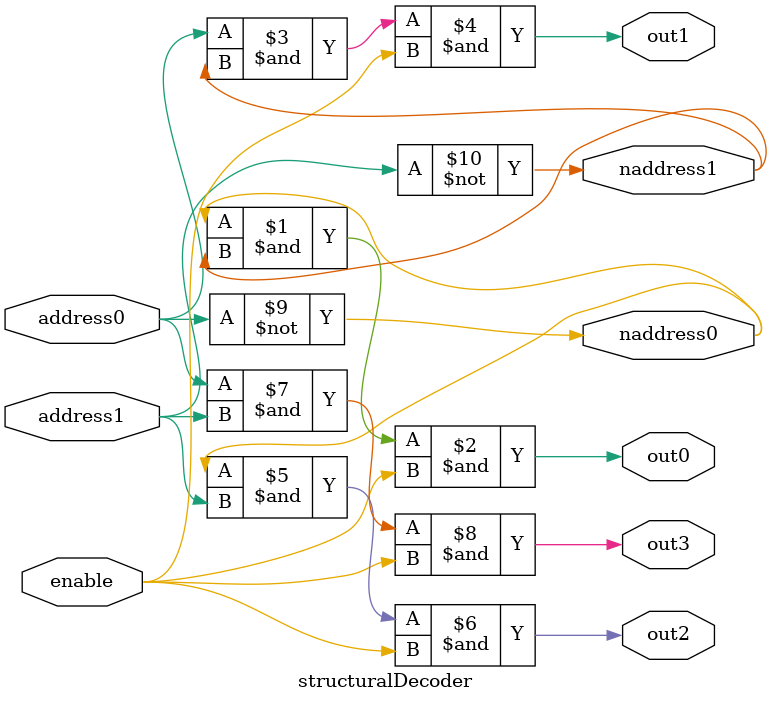
<source format=v>
`define AND and #50
`define NOT not #50

module behavioralDecoder
(
    output out0, out1, out2, out3,
    input address0, address1,
    input enable
);
    // Uses concatenation and shift operators
    assign {out3,out2,out1,out0}=enable<<{address1,address0};
endmodule


module structuralDecoder
(
    output out0, out1, out2, out3,
    output naddress0, naddress1,
    input address0, address1,
    input enable
);
    // Your decoder code here
    `NOT inv(naddress0, address0);
    `NOT inv(naddress1, address1);
    `AND andgate(out0, naddress0, naddress1, enable);
    `AND andgate(out1, address0, naddress1, enable);
    `AND andgate(out2, naddress0, address1, enable);
    `AND andgate(out3, address0, address1, enable);
endmodule


</source>
